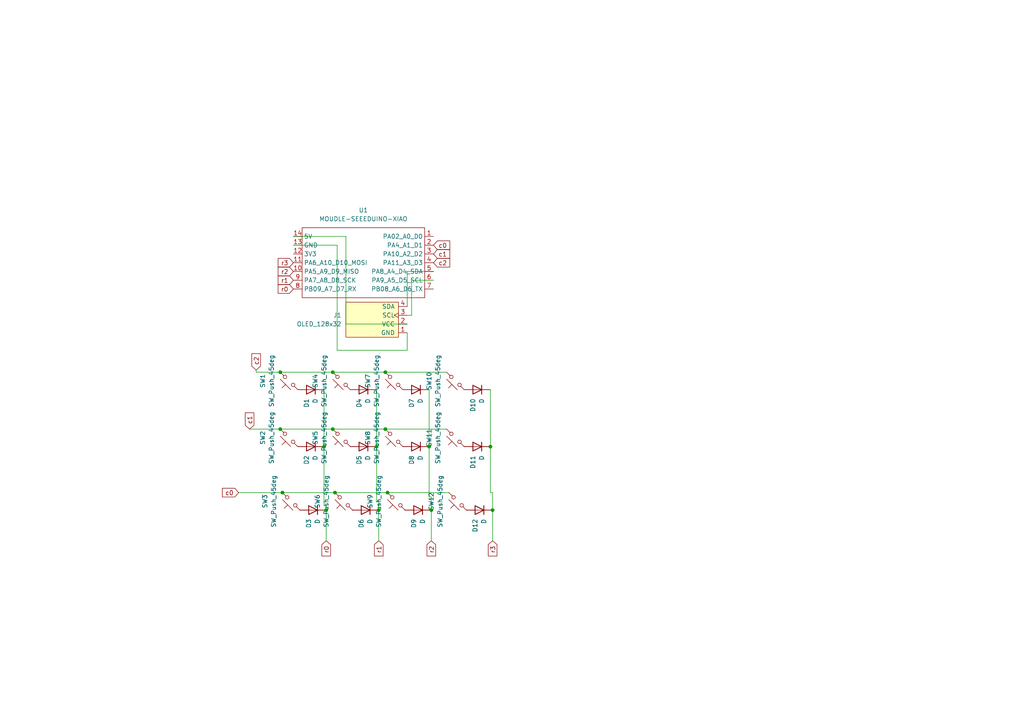
<source format=kicad_sch>
(kicad_sch (version 20231120) (generator "eeschema") (generator_version "8.0")
  (paper "A4")
  (lib_symbols
    (symbol "Device:D" (pin_numbers hide) (pin_names (offset 1.016) hide)
      (property "Reference" "D" (at 0 2.54 0))
      (property "Value" "D" (at 0 -2.54 0))
      (symbol "D_0_1"
        (polyline (pts (xy -1.27 1.27) (xy -1.27 -1.27)) (stroke (width 0.254)))
        (polyline (pts (xy 1.27 0) (xy -1.27 0)))
        (polyline (pts (xy 1.27 1.27) (xy 1.27 -1.27) (xy -1.27 0) (xy 1.27 1.27)) (stroke (width 0.254)))
      )
      (symbol "D_1_1"
        (pin passive line (at -3.81 0 0) (length 2.54) (name "K") (number "1"))
        (pin passive line (at 3.81 0 180) (length 2.54) (name "A") (number "2"))
      )
    )
    (symbol "ScottoKeebs:OLED_128x32" (pin_names (offset 1.016))
      (property "Reference" "J" (at 0 -6.35 0))
      (property "Value" "OLED_128x32" (at 0 6.35 0))
      (symbol "OLED_128x32_0_1"
        (rectangle (start 0 5.08) (end 15.24 -5.08) (fill (type background)))
      )
      (symbol "OLED_128x32_1_1"
        (pin power_in line (at -2.54 -3.81 0) (length 2.54) (name "GND") (number "1"))
        (pin power_in line (at -2.54 -1.27 0) (length 2.54) (name "VCC") (number "2"))
        (pin input clock (at -2.54 1.27 0) (length 2.54) (name "SCL") (number "3"))
        (pin bidirectional line (at -2.54 3.81 0) (length 2.54) (name "SDA") (number "4"))
      )
    )
    (symbol "Switch:SW_Push_45deg" (pin_numbers hide) (pin_names (offset 1.016) hide)
      (property "Reference" "SW" (at 3.048 1.016 0))
      (property "Value" "SW_Push_45deg" (at 0 -3.81 0))
      (symbol "SW_Push_45deg_0_1"
        (circle (center -1.1684 1.1684) (radius 0.508))
        (polyline (pts (xy -0.508 2.54) (xy 2.54 -0.508)))
        (polyline (pts (xy 1.016 1.016) (xy 2.032 2.032)))
        (polyline (pts (xy -2.54 2.54) (xy -1.524 1.524) (xy -1.524 1.524)))
        (polyline (pts (xy 1.524 -1.524) (xy 2.54 -2.54) (xy 2.54 -2.54) (xy 2.54 -2.54)))
        (circle (center 1.143 -1.1938) (radius 0.508))
        (pin passive line (at -2.54 2.54 0) (length 0) (name "1") (number "1"))
        (pin passive line (at 2.54 -2.54 180) (length 0) (name "2") (number "2"))
      )
    )
    (symbol "XIAO_RP2040:MOUDLE-SEEEDUINO-XIAO"
      (property "Reference" "U" (at -16.51 11.43 0))
      (property "Value" "MOUDLE-SEEEDUINO-XIAO" (at -3.81 -11.43 0))
      (symbol "MOUDLE-SEEEDUINO-XIAO_0_1"
        (rectangle (start -16.51 10.16) (end 19.05 -10.16))
      )
      (symbol "MOUDLE-SEEEDUINO-XIAO_1_1"
        (pin passive line (at -19.05 7.62 0) (length 2.54) (name "PA02_A0_D0") (number "1"))
        (pin passive line (at 21.59 -2.54 180) (length 2.54) (name "PA5_A9_D9_MISO") (number "10"))
        (pin passive line (at 21.59 0 180) (length 2.54) (name "PA6_A10_D10_MOSI") (number "11"))
        (pin passive line (at 21.59 2.54 180) (length 2.54) (name "3V3") (number "12"))
        (pin passive line (at 21.59 5.08 180) (length 2.54) (name "GND") (number "13"))
        (pin passive line (at 21.59 7.62 180) (length 2.54) (name "5V") (number "14"))
        (pin passive line (at -19.05 5.08 0) (length 2.54) (name "PA4_A1_D1") (number "2"))
        (pin passive line (at -19.05 2.54 0) (length 2.54) (name "PA10_A2_D2") (number "3"))
        (pin passive line (at -19.05 0 0) (length 2.54) (name "PA11_A3_D3") (number "4"))
        (pin passive line (at -19.05 -2.54 0) (length 2.54) (name "PA8_A4_D4_SDA") (number "5"))
        (pin passive line (at -19.05 -5.08 0) (length 2.54) (name "PA9_A5_D5_SCL") (number "6"))
        (pin passive line (at -19.05 -7.62 0) (length 2.54) (name "PB08_A6_D6_TX") (number "7"))
        (pin passive line (at 21.59 -7.62 180) (length 2.54) (name "PB09_A7_D7_RX") (number "8"))
        (pin passive line (at 21.59 -5.08 180) (length 2.54) (name "PA7_A8_D8_SCK") (number "9"))
      )
    )
  )
  (junction (at 93.98 129.54))
  (junction (at 112.395 142.875))
  (junction (at 111.76 124.46))
  (junction (at 96.52 124.46))
  (junction (at 124.46 129.54))
  (junction (at 94.615 147.955))
  (junction (at 81.28 124.46))
  (junction (at 109.22 129.54))
  (junction (at 81.915 142.875))
  (junction (at 81.28 107.95))
  (junction (at 111.76 107.95))
  (junction (at 96.52 107.95))
  (junction (at 142.875 147.955))
  (junction (at 142.24 129.54))
  (junction (at 125.095 147.955))
  (junction (at 109.855 147.955))
  (junction (at 97.155 142.875))
  (wire (pts (xy 97.79 101.6) (xy 97.79 71.12)))
  (wire (pts (xy 72.39 124.46) (xy 81.28 124.46)))
  (wire (pts (xy 142.875 147.955) (xy 142.875 156.845)))
  (wire (pts (xy 100.33 93.98) (xy 100.33 68.58)))
  (wire (pts (xy 125.73 81.28) (xy 119.38 81.28)))
  (wire (pts (xy 125.73 78.74) (xy 118.11 78.74)))
  (wire (pts (xy 142.875 142.875) (xy 142.24 142.875)))
  (wire (pts (xy 94.615 146.685) (xy 93.98 146.685)))
  (wire (pts (xy 125.095 147.955) (xy 125.095 156.845)))
  (wire (pts (xy 94.615 146.685) (xy 94.615 147.955)))
  (wire (pts (xy 109.22 145.415) (xy 109.22 129.54)))
  (wire (pts (xy 74.295 107.95) (xy 81.28 107.95)))
  (wire (pts (xy 97.79 71.12) (xy 85.09 71.12)))
  (wire (pts (xy 97.155 142.875) (xy 112.395 142.875)))
  (wire (pts (xy 111.76 107.95) (xy 129.54 107.95)))
  (wire (pts (xy 74.295 107.315) (xy 74.295 107.95)))
  (wire (pts (xy 109.855 145.415) (xy 109.855 147.955)))
  (wire (pts (xy 81.915 142.875) (xy 97.155 142.875)))
  (wire (pts (xy 69.215 142.875) (xy 81.915 142.875)))
  (wire (pts (xy 124.46 113.03) (xy 124.46 129.54)))
  (wire (pts (xy 109.855 145.415) (xy 109.22 145.415)))
  (wire (pts (xy 118.11 78.74) (xy 118.11 88.9)))
  (wire (pts (xy 93.98 113.03) (xy 93.98 129.54)))
  (wire (pts (xy 118.11 93.98) (xy 100.33 93.98)))
  (wire (pts (xy 125.095 144.145) (xy 124.46 144.145)))
  (wire (pts (xy 142.875 142.875) (xy 142.875 147.955)))
  (wire (pts (xy 96.52 124.46) (xy 111.76 124.46)))
  (wire (pts (xy 124.46 144.145) (xy 124.46 129.54)))
  (wire (pts (xy 119.38 81.28) (xy 119.38 91.44)))
  (wire (pts (xy 100.33 68.58) (xy 85.09 68.58)))
  (wire (pts (xy 125.095 144.145) (xy 125.095 147.955)))
  (wire (pts (xy 94.615 147.955) (xy 94.615 156.845)))
  (wire (pts (xy 93.98 146.685) (xy 93.98 129.54)))
  (wire (pts (xy 96.52 107.95) (xy 111.76 107.95)))
  (wire (pts (xy 142.24 142.875) (xy 142.24 129.54)))
  (wire (pts (xy 142.24 113.03) (xy 142.24 129.54)))
  (wire (pts (xy 81.28 124.46) (xy 96.52 124.46)))
  (wire (pts (xy 119.38 91.44) (xy 118.11 91.44)))
  (wire (pts (xy 109.22 113.03) (xy 109.22 129.54)))
  (wire (pts (xy 118.11 101.6) (xy 97.79 101.6)))
  (wire (pts (xy 81.28 107.95) (xy 96.52 107.95)))
  (wire (pts (xy 109.855 147.955) (xy 109.855 156.845)))
  (wire (pts (xy 112.395 142.875) (xy 130.175 142.875)))
  (wire (pts (xy 111.76 124.46) (xy 129.54 124.46)))
  (wire (pts (xy 118.11 96.52) (xy 118.11 101.6)))
  (global_label "c2" (shape input) (at 125.73 76.2 0) (property "Intersheetrefs" "${INTERSHEET_REFS}" (effects (hide yes))))
  (global_label "c0" (shape input) (at 125.73 71.12 0) (property "Intersheetrefs" "${INTERSHEET_REFS}" (effects (hide yes))))
  (global_label "r3" (shape input) (at 85.09 76.2 180) (property "Intersheetrefs" "${INTERSHEET_REFS}" (effects (hide yes))))
  (global_label "r1" (shape input) (at 85.09 81.28 180) (property "Intersheetrefs" "${INTERSHEET_REFS}" (effects (hide yes))))
  (global_label "r0" (shape input) (at 85.09 83.82 180) (property "Intersheetrefs" "${INTERSHEET_REFS}" (effects (hide yes))))
  (global_label "c1" (shape input) (at 125.73 73.66 0) (property "Intersheetrefs" "${INTERSHEET_REFS}" (effects (hide yes))))
  (global_label "r0" (shape input) (at 94.615 156.845 270) (property "Intersheetrefs" "${INTERSHEET_REFS}" (effects (hide yes))))
  (global_label "c1" (shape input) (at 72.39 124.46 90) (property "Intersheetrefs" "${INTERSHEET_REFS}" (effects (hide yes))))
  (global_label "r1" (shape input) (at 109.855 156.845 270) (property "Intersheetrefs" "${INTERSHEET_REFS}" (effects (hide yes))))
  (global_label "r2" (shape input) (at 125.095 156.845 270) (property "Intersheetrefs" "${INTERSHEET_REFS}" (effects (hide yes))))
  (global_label "c0" (shape input) (at 69.215 142.875 180) (property "Intersheetrefs" "${INTERSHEET_REFS}" (effects (hide yes))))
  (global_label "r2" (shape input) (at 85.09 78.74 180) (property "Intersheetrefs" "${INTERSHEET_REFS}" (effects (hide yes))))
  (global_label "r3" (shape input) (at 142.875 156.845 270) (property "Intersheetrefs" "${INTERSHEET_REFS}" (effects (hide yes))))
  (global_label "c2" (shape input) (at 74.295 107.315 90) (property "Intersheetrefs" "${INTERSHEET_REFS}" (effects (hide yes))))
  (symbol (lib_id "Device:D") (at 138.43 113.03 0) (mirror y) (unit 1)
    (property "Reference" "D10" (at 137.1599 115.57 90) (effects (justify right)))
    (property "Value" "D" (at 139.6999 115.57 90) (effects (justify right)))
    (property "Footprint" "footprintsS:Diode_DO-35" (effects (hide yes)))
    (property "Description" "Diode" (effects (hide yes)))
    (property "Sim.Device" "D" (effects (hide yes)))
    (property "Sim.Pins" "1=K 2=A" (effects (hide yes)))
  )
  (symbol (lib_id "Device:D") (at 121.285 147.955 0) (mirror y) (unit 1)
    (property "Reference" "D9" (at 120.0149 150.495 90) (effects (justify right)))
    (property "Value" "D" (at 122.5549 150.495 90) (effects (justify right)))
    (property "Footprint" "footprintsS:Diode_DO-35" (effects (hide yes)))
    (property "Description" "Diode" (effects (hide yes)))
    (property "Sim.Device" "D" (effects (hide yes)))
    (property "Sim.Pins" "1=K 2=A" (effects (hide yes)))
  )
  (symbol (lib_id "Switch:SW_Push_45deg") (at 114.935 145.415 90) (mirror x) (unit 1)
    (property "Reference" "SW9" (at 107.315 145.415 0))
    (property "Value" "SW_Push_45deg" (at 109.855 145.415 0))
    (property "Footprint" "Button_Switch_Keyboard:SW_Cherry_MX_1.00u_PCB" (effects (hide yes)))
    (property "Description" "Push button switch, normally open, two pins, 45° tilted" (effects (hide yes)))
  )
  (symbol (lib_id "Device:D") (at 90.17 129.54 0) (mirror y) (unit 1)
    (property "Reference" "D2" (at 88.8999 132.08 90) (effects (justify right)))
    (property "Value" "D" (at 91.4399 132.08 90) (effects (justify right)))
    (property "Footprint" "footprintsS:Diode_DO-35" (effects (hide yes)))
    (property "Description" "Diode" (effects (hide yes)))
    (property "Sim.Device" "D" (effects (hide yes)))
    (property "Sim.Pins" "1=K 2=A" (effects (hide yes)))
  )
  (symbol (lib_id "Switch:SW_Push_45deg") (at 114.3 127 90) (mirror x) (unit 1)
    (property "Reference" "SW8" (at 106.68 127 0))
    (property "Value" "SW_Push_45deg" (at 109.22 127 0))
    (property "Footprint" "Button_Switch_Keyboard:SW_Cherry_MX_1.00u_PCB" (effects (hide yes)))
    (property "Description" "Push button switch, normally open, two pins, 45° tilted" (effects (hide yes)))
  )
  (symbol (lib_id "Switch:SW_Push_45deg") (at 99.695 145.415 90) (mirror x) (unit 1)
    (property "Reference" "SW6" (at 92.075 145.415 0))
    (property "Value" "SW_Push_45deg" (at 94.615 145.415 0))
    (property "Footprint" "Button_Switch_Keyboard:SW_Cherry_MX_1.00u_PCB" (effects (hide yes)))
    (property "Description" "Push button switch, normally open, two pins, 45° tilted" (effects (hide yes)))
  )
  (symbol (lib_id "Device:D") (at 139.065 147.955 0) (mirror y) (unit 1)
    (property "Reference" "D12" (at 137.7949 150.495 90) (effects (justify right)))
    (property "Value" "D" (at 140.3349 150.495 90) (effects (justify right)))
    (property "Footprint" "footprintsS:Diode_DO-35" (effects (hide yes)))
    (property "Description" "Diode" (effects (hide yes)))
    (property "Sim.Device" "D" (effects (hide yes)))
    (property "Sim.Pins" "1=K 2=A" (effects (hide yes)))
  )
  (symbol (lib_id "Switch:SW_Push_45deg") (at 84.455 145.415 90) (mirror x) (unit 1)
    (property "Reference" "SW3" (at 76.835 145.415 0))
    (property "Value" "SW_Push_45deg" (at 79.375 145.415 0))
    (property "Footprint" "Button_Switch_Keyboard:SW_Cherry_MX_1.00u_PCB" (effects (hide yes)))
    (property "Description" "Push button switch, normally open, two pins, 45° tilted" (effects (hide yes)))
  )
  (symbol (lib_id "Device:D") (at 106.045 147.955 0) (mirror y) (unit 1)
    (property "Reference" "D6" (at 104.7749 150.495 90) (effects (justify right)))
    (property "Value" "D" (at 107.3149 150.495 90) (effects (justify right)))
    (property "Footprint" "footprintsS:Diode_DO-35" (effects (hide yes)))
    (property "Description" "Diode" (effects (hide yes)))
    (property "Sim.Device" "D" (effects (hide yes)))
    (property "Sim.Pins" "1=K 2=A" (effects (hide yes)))
  )
  (symbol (lib_id "Switch:SW_Push_45deg") (at 83.82 127 90) (mirror x) (unit 1)
    (property "Reference" "SW2" (at 76.2 127 0))
    (property "Value" "SW_Push_45deg" (at 78.74 127 0))
    (property "Footprint" "Button_Switch_Keyboard:SW_Cherry_MX_1.00u_PCB" (effects (hide yes)))
    (property "Description" "Push button switch, normally open, two pins, 45° tilted" (effects (hide yes)))
  )
  (symbol (lib_id "Switch:SW_Push_45deg") (at 132.08 127 90) (mirror x) (unit 1)
    (property "Reference" "SW11" (at 124.46 127 0))
    (property "Value" "SW_Push_45deg" (at 127 127 0))
    (property "Footprint" "Button_Switch_Keyboard:SW_Cherry_MX_1.00u_PCB" (effects (hide yes)))
    (property "Description" "Push button switch, normally open, two pins, 45° tilted" (effects (hide yes)))
  )
  (symbol (lib_id "XIAO_RP2040:MOUDLE-SEEEDUINO-XIAO") (at 106.68 76.2 0) (mirror y) (unit 1)
    (property "Reference" "U1" (at 105.41 60.96 0))
    (property "Value" "MOUDLE-SEEEDUINO-XIAO" (at 105.41 63.5 0))
    (property "Footprint" "seed-footprints:XIAO-Generic-Thruhole-14P-2.54-21X17.8MM" (effects (hide yes)))
  )
  (symbol (lib_id "Device:D") (at 120.65 129.54 0) (mirror y) (unit 1)
    (property "Reference" "D8" (at 119.3799 132.08 90) (effects (justify right)))
    (property "Value" "D" (at 121.9199 132.08 90) (effects (justify right)))
    (property "Footprint" "footprintsS:Diode_DO-35" (effects (hide yes)))
    (property "Description" "Diode" (effects (hide yes)))
    (property "Sim.Device" "D" (effects (hide yes)))
    (property "Sim.Pins" "1=K 2=A" (effects (hide yes)))
  )
  (symbol (lib_id "Switch:SW_Push_45deg") (at 99.06 127 90) (mirror x) (unit 1)
    (property "Reference" "SW5" (at 91.44 127 0))
    (property "Value" "SW_Push_45deg" (at 93.98 127 0))
    (property "Footprint" "Button_Switch_Keyboard:SW_Cherry_MX_1.00u_PCB" (effects (hide yes)))
    (property "Description" "Push button switch, normally open, two pins, 45° tilted" (effects (hide yes)))
  )
  (symbol (lib_id "Switch:SW_Push_45deg") (at 114.3 110.49 90) (mirror x) (unit 1)
    (property "Reference" "SW7" (at 106.68 110.49 0))
    (property "Value" "SW_Push_45deg" (at 109.22 110.49 0))
    (property "Footprint" "Button_Switch_Keyboard:SW_Cherry_MX_1.00u_PCB" (effects (hide yes)))
    (property "Description" "Push button switch, normally open, two pins, 45° tilted" (effects (hide yes)))
  )
  (symbol (lib_id "Device:D") (at 90.17 113.03 0) (mirror y) (unit 1)
    (property "Reference" "D1" (at 88.8999 115.57 90) (effects (justify right)))
    (property "Value" "D" (at 91.4399 115.57 90) (effects (justify right)))
    (property "Footprint" "footprintsS:Diode_DO-35" (effects (hide yes)))
    (property "Description" "Diode" (effects (hide yes)))
    (property "Sim.Device" "D" (effects (hide yes)))
    (property "Sim.Pins" "1=K 2=A" (effects (hide yes)))
  )
  (symbol (lib_id "Device:D") (at 120.65 113.03 0) (mirror y) (unit 1)
    (property "Reference" "D7" (at 119.3799 115.57 90) (effects (justify right)))
    (property "Value" "D" (at 121.9199 115.57 90) (effects (justify right)))
    (property "Footprint" "footprintsS:Diode_DO-35" (effects (hide yes)))
    (property "Description" "Diode" (effects (hide yes)))
    (property "Sim.Device" "D" (effects (hide yes)))
    (property "Sim.Pins" "1=K 2=A" (effects (hide yes)))
  )
  (symbol (lib_id "Device:D") (at 105.41 129.54 0) (mirror y) (unit 1)
    (property "Reference" "D5" (at 104.1399 132.08 90) (effects (justify right)))
    (property "Value" "D" (at 106.6799 132.08 90) (effects (justify right)))
    (property "Footprint" "footprintsS:Diode_DO-35" (effects (hide yes)))
    (property "Description" "Diode" (effects (hide yes)))
    (property "Sim.Device" "D" (effects (hide yes)))
    (property "Sim.Pins" "1=K 2=A" (effects (hide yes)))
  )
  (symbol (lib_id "Switch:SW_Push_45deg") (at 83.82 110.49 90) (mirror x) (unit 1)
    (property "Reference" "SW1" (at 76.2 110.49 0))
    (property "Value" "SW_Push_45deg" (at 78.74 110.49 0))
    (property "Footprint" "Button_Switch_Keyboard:SW_Cherry_MX_1.00u_PCB" (effects (hide yes)))
    (property "Description" "Push button switch, normally open, two pins, 45° tilted" (effects (hide yes)))
  )
  (symbol (lib_id "Switch:SW_Push_45deg") (at 132.715 145.415 90) (mirror x) (unit 1)
    (property "Reference" "SW12" (at 125.095 145.415 0))
    (property "Value" "SW_Push_45deg" (at 127.635 145.415 0))
    (property "Footprint" "Button_Switch_Keyboard:SW_Cherry_MX_1.00u_PCB" (effects (hide yes)))
    (property "Description" "Push button switch, normally open, two pins, 45° tilted" (effects (hide yes)))
  )
  (symbol (lib_id "Switch:SW_Push_45deg") (at 132.08 110.49 90) (mirror x) (unit 1)
    (property "Reference" "SW10" (at 124.46 110.49 0))
    (property "Value" "SW_Push_45deg" (at 127 110.49 0))
    (property "Footprint" "Button_Switch_Keyboard:SW_Cherry_MX_1.00u_PCB" (effects (hide yes)))
    (property "Description" "Push button switch, normally open, two pins, 45° tilted" (effects (hide yes)))
  )
  (symbol (lib_id "Device:D") (at 105.41 113.03 0) (mirror y) (unit 1)
    (property "Reference" "D4" (at 104.1399 115.57 90) (effects (justify right)))
    (property "Value" "D" (at 106.6799 115.57 90) (effects (justify right)))
    (property "Footprint" "footprintsS:Diode_DO-35" (effects (hide yes)))
    (property "Description" "Diode" (effects (hide yes)))
    (property "Sim.Device" "D" (effects (hide yes)))
    (property "Sim.Pins" "1=K 2=A" (effects (hide yes)))
  )
  (symbol (lib_id "ScottoKeebs:OLED_128x32") (at 115.57 92.71 0) (mirror y) (unit 1)
    (property "Reference" "J1" (at 99.06 91.4399 0) (effects (justify left)))
    (property "Value" "OLED_128x32" (at 99.06 93.9799 0) (effects (justify left)))
    (property "Footprint" "footprintsS:OLED_128x32" (effects (hide yes)))
  )
  (symbol (lib_id "Device:D") (at 138.43 129.54 0) (mirror y) (unit 1)
    (property "Reference" "D11" (at 137.1599 132.08 90) (effects (justify right)))
    (property "Value" "D" (at 139.6999 132.08 90) (effects (justify right)))
    (property "Footprint" "footprintsS:Diode_DO-35" (effects (hide yes)))
    (property "Description" "Diode" (effects (hide yes)))
    (property "Sim.Device" "D" (effects (hide yes)))
    (property "Sim.Pins" "1=K 2=A" (effects (hide yes)))
  )
  (symbol (lib_id "Switch:SW_Push_45deg") (at 99.06 110.49 90) (mirror x) (unit 1)
    (property "Reference" "SW4" (at 91.44 110.49 0))
    (property "Value" "SW_Push_45deg" (at 93.98 110.49 0))
    (property "Footprint" "Button_Switch_Keyboard:SW_Cherry_MX_1.00u_PCB" (effects (hide yes)))
    (property "Description" "Push button switch, normally open, two pins, 45° tilted" (effects (hide yes)))
  )
  (symbol (lib_id "Device:D") (at 90.805 147.955 0) (mirror y) (unit 1)
    (property "Reference" "D3" (at 89.5349 150.495 90) (effects (justify right)))
    (property "Value" "D" (at 92.0749 150.495 90) (effects (justify right)))
    (property "Footprint" "footprintsS:Diode_DO-35" (effects (hide yes)))
    (property "Description" "Diode" (effects (hide yes)))
    (property "Sim.Device" "D" (effects (hide yes)))
    (property "Sim.Pins" "1=K 2=A" (effects (hide yes)))
  )
)
</source>
